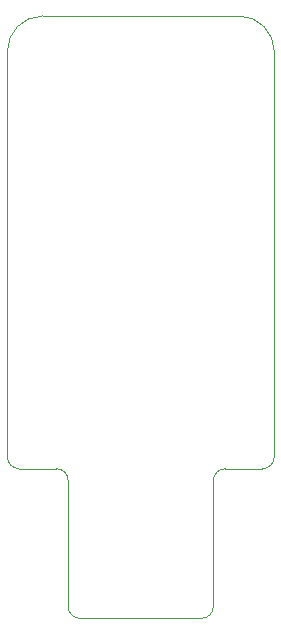
<source format=gm1>
%TF.GenerationSoftware,KiCad,Pcbnew,8.0.8*%
%TF.CreationDate,2025-02-23T09:20:06-05:00*%
%TF.ProjectId,attinyx12_dev,61747469-6e79-4783-9132-5f6465762e6b,rev?*%
%TF.SameCoordinates,Original*%
%TF.FileFunction,Profile,NP*%
%FSLAX46Y46*%
G04 Gerber Fmt 4.6, Leading zero omitted, Abs format (unit mm)*
G04 Created by KiCad (PCBNEW 8.0.8) date 2025-02-23 09:20:06*
%MOMM*%
%LPD*%
G01*
G04 APERTURE LIST*
%TA.AperFunction,Profile*%
%ADD10C,0.100000*%
%TD*%
G04 APERTURE END LIST*
D10*
X17450000Y-52000000D02*
X7150000Y-52000000D01*
X20600000Y-1000000D02*
G75*
G02*
X23600000Y-4000000I0J-3000000D01*
G01*
X2000001Y-39329999D02*
G75*
G02*
X1000001Y-38329999I-1J999999D01*
G01*
X18450000Y-51000000D02*
X18450001Y-40330001D01*
X18450000Y-51000000D02*
G75*
G02*
X17450000Y-52000000I-1000000J0D01*
G01*
X5149999Y-39330001D02*
G75*
G02*
X6149999Y-40330001I1J-999999D01*
G01*
X6149999Y-40330001D02*
X6150000Y-51000000D01*
X23600000Y-4000000D02*
X23599999Y-38329999D01*
X2000001Y-39329999D02*
X5149999Y-39330001D01*
X22599999Y-39329999D02*
X19450001Y-39330001D01*
X18450001Y-40330001D02*
G75*
G02*
X19450001Y-39330001I999999J1D01*
G01*
X23599999Y-38329999D02*
G75*
G02*
X22599999Y-39329999I-999999J-1D01*
G01*
X7150000Y-52000000D02*
G75*
G02*
X6150000Y-51000000I0J1000000D01*
G01*
X3999999Y-999999D02*
X20600000Y-1000000D01*
X1000001Y-38329999D02*
X1000000Y-4000000D01*
X999999Y-3999999D02*
G75*
G02*
X3999999Y-999999I3000001J-1D01*
G01*
M02*

</source>
